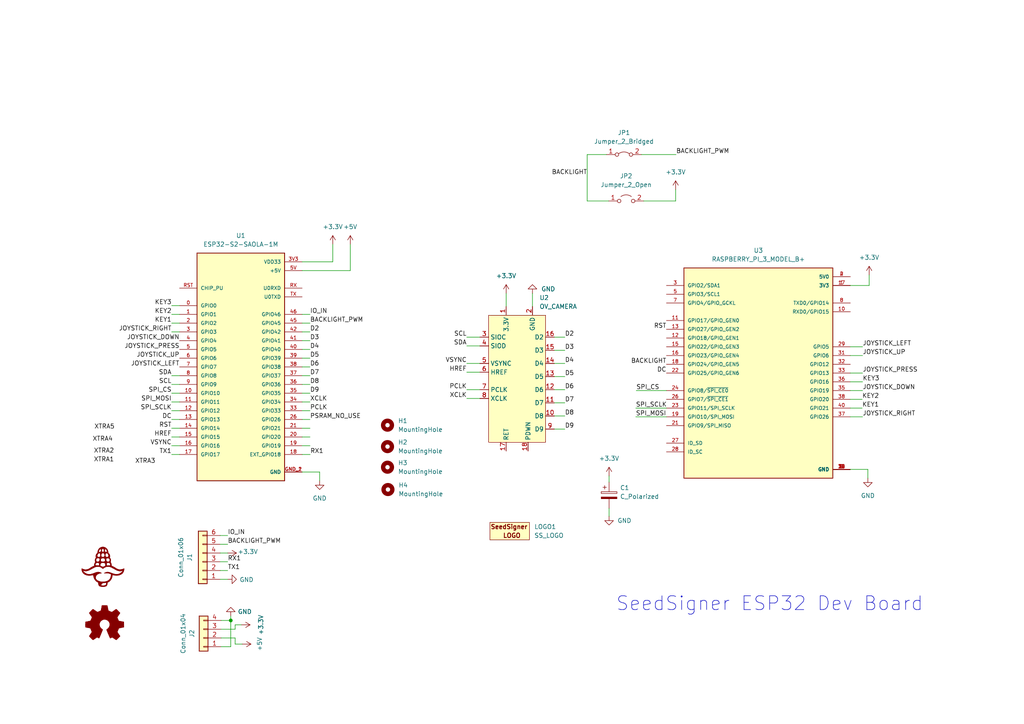
<source format=kicad_sch>
(kicad_sch (version 20211123) (generator eeschema)
  (paper "A4")
  (lib_symbols
    (symbol "Connector_Generic:Conn_01x04" (pin_names (offset 1.016) hide)
      (property "Reference" "J" (at 0 5.08 0))
      (property "Value" "Conn_01x04" (at 0 -7.62 0))
      (symbol "Conn_01x04_1_1"
        (pin passive line (at -5.08 2.54 0) (length 3.81) (name "Pin_1") (number "1"))
        (pin passive line (at -5.08 0 0) (length 3.81) (name "Pin_2") (number "2"))
        (pin passive line (at -5.08 -2.54 0) (length 3.81) (name "Pin_3") (number "3"))
        (pin passive line (at -5.08 -5.08 0) (length 3.81) (name "Pin_4") (number "4"))
      )
    )
    (symbol "Connector_Generic:Conn_01x06" (pin_names (offset 1.016) hide)
      (property "Reference" "J" (at 0 7.62 0))
      (property "Value" "Conn_01x06" (at 0 -10.16 0))
      (symbol "Conn_01x06_1_1"
        (pin passive line (at -5.08 5.08 0) (length 3.81) (name "Pin_1") (number "1"))
        (pin passive line (at -5.08 2.54 0) (length 3.81) (name "Pin_2") (number "2"))
        (pin passive line (at -5.08 0 0) (length 3.81) (name "Pin_3") (number "3"))
        (pin passive line (at -5.08 -2.54 0) (length 3.81) (name "Pin_4") (number "4"))
        (pin passive line (at -5.08 -5.08 0) (length 3.81) (name "Pin_5") (number "5"))
        (pin passive line (at -5.08 -7.62 0) (length 3.81) (name "Pin_6") (number "6"))
      )
    )
    (symbol "Device:C_Polarized" (pin_numbers hide) (pin_names (offset 0.254))
      (property "Reference" "C" (at 0.635 2.54 0))
      (property "Value" "C_Polarized" (at 0.635 -2.54 0))
      (symbol "C_Polarized_1_1"
        (pin passive line (at 0 3.81 270) (length 2.794) (name "~") (number "1"))
        (pin passive line (at 0 -3.81 90) (length 2.794) (name "~") (number "2"))
      )
    )
    (symbol "Graphic:Logo_Open_Hardware_Small" (pin_names (offset 1.016)))
    (symbol "Jumper:Jumper_2_Bridged" (pin_names (offset 0) hide)
      (property "Reference" "JP" (at 0 1.905 0))
      (property "Value" "Jumper_2_Bridged" (at 0 -2.54 0))
      (symbol "Jumper_2_Bridged_1_1"
        (pin passive line (at -5.08 0 0) (length 2.54) (name "A") (number "1"))
        (pin passive line (at 5.08 0 180) (length 2.54) (name "B") (number "2"))
      )
    )
    (symbol "Jumper:Jumper_2_Open" (pin_names (offset 0) hide)
      (property "Reference" "JP" (at 0 2.794 0))
      (property "Value" "Jumper_2_Open" (at 0 -2.286 0))
      (symbol "Jumper_2_Open_1_1"
        (pin passive line (at -5.08 0 0) (length 2.54) (name "A") (number "1"))
        (pin passive line (at 5.08 0 180) (length 2.54) (name "B") (number "2"))
      )
    )
    (symbol "Mechanical:MountingHole" (pin_names (offset 1.016))
      (property "Reference" "H" (at 0 5.08 0))
      (property "Value" "MountingHole" (at 0 3.175 0))
    )
    (symbol "SeedSigner:CORN-LOGO" (pin_names (offset 1.016)))
    (symbol "SeedSigner:ESP32-S2-SAOLA-1M" (pin_names (offset 1.016))
      (property "Reference" "U" (at -12.7 33.782 0))
      (property "Value" "ESP32-S2-SAOLA-1M" (at -12.7 -35.56 0))
      (symbol "ESP32-S2-SAOLA-1M_0_0"
        (pin bidirectional line (at -17.78 17.78 0) (length 5.08) (name "GPIO0") (number "0"))
        (pin bidirectional line (at -17.78 15.24 0) (length 5.08) (name "GPIO1") (number "1"))
        (pin bidirectional line (at -17.78 -7.62 0) (length 5.08) (name "GPIO10") (number "10"))
        (pin bidirectional line (at -17.78 -10.16 0) (length 5.08) (name "GPIO11") (number "11"))
        (pin bidirectional line (at -17.78 -12.7 0) (length 5.08) (name "GPIO12") (number "12"))
        (pin bidirectional line (at -17.78 -15.24 0) (length 5.08) (name "GPIO13") (number "13"))
        (pin bidirectional line (at -17.78 -17.78 0) (length 5.08) (name "GPIO14") (number "14"))
        (pin bidirectional line (at -17.78 -20.32 0) (length 5.08) (name "GPIO15") (number "15"))
        (pin bidirectional line (at -17.78 -22.86 0) (length 5.08) (name "GPIO16") (number "16"))
        (pin bidirectional line (at -17.78 -25.4 0) (length 5.08) (name "GPIO17") (number "17"))
        (pin bidirectional line (at 17.78 -25.4 180) (length 5.08) (name "EXT_GPIO18") (number "18"))
        (pin bidirectional line (at 17.78 -22.86 180) (length 5.08) (name "GPIO19") (number "19"))
        (pin bidirectional line (at -17.78 12.7 0) (length 5.08) (name "GPIO2") (number "2"))
        (pin bidirectional line (at 17.78 -20.32 180) (length 5.08) (name "GPIO20") (number "20"))
        (pin bidirectional line (at 17.78 -17.78 180) (length 5.08) (name "GPIO21") (number "21"))
        (pin bidirectional line (at 17.78 -15.24 180) (length 5.08) (name "GPIO26") (number "26"))
        (pin bidirectional line (at -17.78 10.16 0) (length 5.08) (name "GPIO3") (number "3"))
        (pin bidirectional line (at 17.78 -12.7 180) (length 5.08) (name "GPIO33") (number "33"))
        (pin bidirectional line (at 17.78 -10.16 180) (length 5.08) (name "GPIO34") (number "34"))
        (pin bidirectional line (at 17.78 -7.62 180) (length 5.08) (name "GPIO35") (number "35"))
        (pin bidirectional line (at 17.78 -5.08 180) (length 5.08) (name "GPIO36") (number "36"))
        (pin bidirectional line (at 17.78 -2.54 180) (length 5.08) (name "GPIO37") (number "37"))
        (pin bidirectional line (at 17.78 0 180) (length 5.08) (name "GPIO38") (number "38"))
        (pin bidirectional line (at 17.78 2.54 180) (length 5.08) (name "GPIO39") (number "39"))
        (pin power_in line (at 17.78 30.48 180) (length 5.08) (name "VDD33") (number "3V3"))
        (pin bidirectional line (at -17.78 7.62 0) (length 5.08) (name "GPIO4") (number "4"))
        (pin bidirectional line (at 17.78 5.08 180) (length 5.08) (name "GPIO40") (number "40"))
        (pin bidirectional line (at 17.78 7.62 180) (length 5.08) (name "GPIO41") (number "41"))
        (pin bidirectional line (at 17.78 10.16 180) (length 5.08) (name "GPIO42") (number "42"))
        (pin bidirectional line (at 17.78 12.7 180) (length 5.08) (name "GPIO45") (number "45"))
        (pin bidirectional line (at 17.78 15.24 180) (length 5.08) (name "GPIO46") (number "46"))
        (pin bidirectional line (at -17.78 5.08 0) (length 5.08) (name "GPIO5") (number "5"))
        (pin power_in line (at 17.78 27.94 180) (length 5.08) (name "+5V") (number "5V"))
        (pin bidirectional line (at -17.78 2.54 0) (length 5.08) (name "GPIO6") (number "6"))
        (pin bidirectional line (at -17.78 0 0) (length 5.08) (name "GPIO7") (number "7"))
        (pin bidirectional line (at -17.78 -2.54 0) (length 5.08) (name "GPIO8") (number "8"))
        (pin bidirectional line (at -17.78 -5.08 0) (length 5.08) (name "GPIO9") (number "9"))
        (pin power_in line (at 17.78 -30.48 180) (length 5.08) (name "GND") (number "GND_1"))
        (pin power_in line (at 17.78 -30.48 180) (length 5.08) (name "GND") (number "GND_2"))
        (pin bidirectional line (at -17.78 22.86 0) (length 5.08) (name "CHIP_PU") (number "RST"))
        (pin bidirectional line (at 17.78 22.86 180) (length 5.08) (name "U0RXD") (number "RX"))
        (pin bidirectional line (at 17.78 20.32 180) (length 5.08) (name "U0TXD") (number "TX"))
      )
    )
    (symbol "SeedSigner:OV_CAMERA"
      (property "Reference" "U" (at -8.89 7.62 0))
      (property "Value" "OV_CAMERA" (at -2.54 -21.59 0))
      (symbol "OV_CAMERA_1_1"
        (pin input line (at -3.81 8.89 270) (length 2.54) (name "3.3V") (number "1"))
        (pin input line (at 10.16 -22.86 180) (length 2.54) (name "D8") (number "10"))
        (pin input line (at 10.16 -19.05 180) (length 2.54) (name "D7") (number "11"))
        (pin input line (at 10.16 -15.24 180) (length 2.54) (name "D6") (number "12"))
        (pin input line (at 10.16 -11.43 180) (length 2.54) (name "D5") (number "13"))
        (pin input line (at 10.16 -7.62 180) (length 2.54) (name "D4") (number "14"))
        (pin input line (at 10.16 -3.81 180) (length 2.54) (name "D3") (number "15"))
        (pin input line (at 10.16 0 180) (length 2.54) (name "D2") (number "16"))
        (pin input line (at -3.81 -33.02 90) (length 2.54) (name "RET") (number "17"))
        (pin input line (at 2.54 -33.02 90) (length 2.54) (name "PDWN") (number "18"))
        (pin input line (at 3.81 8.89 270) (length 2.54) (name "GND") (number "2"))
        (pin input line (at -11.43 0 0) (length 2.54) (name "SIOC") (number "3"))
        (pin input line (at -11.43 -2.54 0) (length 2.54) (name "SIOD") (number "4"))
        (pin input line (at -11.43 -7.62 0) (length 2.54) (name "VSYNC") (number "5"))
        (pin input line (at -11.43 -10.16 0) (length 2.54) (name "HREF") (number "6"))
        (pin input line (at -11.43 -15.24 0) (length 2.54) (name "PCLK") (number "7"))
        (pin input line (at -11.43 -17.78 0) (length 2.54) (name "XCLK") (number "8"))
        (pin input line (at 10.16 -26.67 180) (length 2.54) (name "D9") (number "9"))
      )
    )
    (symbol "SeedSigner:RASPBERRY_PI_3_MODEL_B+" (pin_names (offset 1.016))
      (property "Reference" "U" (at -22.86 27.94 0))
      (property "Value" "RASPBERRY_PI_3_MODEL_B+" (at -22.86 -37.465 0))
      (symbol "RASPBERRY_PI_3_MODEL_B+_0_0"
        (pin power_in line (at 25.4 20.32 180) (length 5.08) (name "3V3") (number "1"))
        (pin bidirectional line (at 25.4 12.7 180) (length 5.08) (name "RXD0/GPIO15") (number "10"))
        (pin bidirectional line (at -27.94 10.16 0) (length 5.08) (name "GPIO17/GPIO_GEN0") (number "11"))
        (pin bidirectional line (at -27.94 5.08 0) (length 5.08) (name "GPIO18/GPIO_GEN1") (number "12"))
        (pin bidirectional line (at -27.94 7.62 0) (length 5.08) (name "GPIO27/GPIO_GEN2") (number "13"))
        (pin power_in line (at 25.4 -33.02 180) (length 5.08) (name "GND") (number "14"))
        (pin bidirectional line (at -27.94 2.54 0) (length 5.08) (name "GPIO22/GPIO_GEN3") (number "15"))
        (pin bidirectional line (at -27.94 0 0) (length 5.08) (name "GPIO23/GPIO_GEN4") (number "16"))
        (pin power_in line (at 25.4 20.32 180) (length 5.08) (name "3V3") (number "17"))
        (pin bidirectional line (at -27.94 -2.54 0) (length 5.08) (name "GPIO24/GPIO_GEN5") (number "18"))
        (pin bidirectional line (at -27.94 -17.78 0) (length 5.08) (name "GPIO10/SPI_MOSI") (number "19"))
        (pin power_in line (at 25.4 22.86 180) (length 5.08) (name "5V0") (number "2"))
        (pin power_in line (at 25.4 -33.02 180) (length 5.08) (name "GND") (number "20"))
        (pin bidirectional line (at -27.94 -20.32 0) (length 5.08) (name "GPIO9/SPI_MISO") (number "21"))
        (pin bidirectional line (at -27.94 -5.08 0) (length 5.08) (name "GPIO25/GPIO_GEN6") (number "22"))
        (pin bidirectional line (at -27.94 -15.24 0) (length 5.08) (name "GPIO11/SPI_SCLK") (number "23"))
        (pin bidirectional line (at -27.94 -10.16 0) (length 5.08) (name "GPIO8/~{SPI_CE0}") (number "24"))
        (pin power_in line (at 25.4 -33.02 180) (length 5.08) (name "GND") (number "25"))
        (pin bidirectional line (at -27.94 -12.7 0) (length 5.08) (name "GPIO7/~{SPI_CE1}") (number "26"))
        (pin bidirectional line (at -27.94 -25.4 0) (length 5.08) (name "ID_SD") (number "27"))
        (pin bidirectional line (at -27.94 -27.94 0) (length 5.08) (name "ID_SC") (number "28"))
        (pin bidirectional line (at 25.4 2.54 180) (length 5.08) (name "GPIO5") (number "29"))
        (pin bidirectional line (at -27.94 20.32 0) (length 5.08) (name "GPIO2/SDA1") (number "3"))
        (pin power_in line (at 25.4 -33.02 180) (length 5.08) (name "GND") (number "30"))
        (pin bidirectional line (at 25.4 0 180) (length 5.08) (name "GPIO6") (number "31"))
        (pin bidirectional line (at 25.4 -2.54 180) (length 5.08) (name "GPIO12") (number "32"))
        (pin bidirectional line (at 25.4 -5.08 180) (length 5.08) (name "GPIO13") (number "33"))
        (pin power_in line (at 25.4 -33.02 180) (length 5.08) (name "GND") (number "34"))
        (pin bidirectional line (at 25.4 -10.16 180) (length 5.08) (name "GPIO19") (number "35"))
        (pin bidirectional line (at 25.4 -7.62 180) (length 5.08) (name "GPIO16") (number "36"))
        (pin bidirectional line (at 25.4 -17.78 180) (length 5.08) (name "GPIO26") (number "37"))
        (pin bidirectional line (at 25.4 -12.7 180) (length 5.08) (name "GPIO20") (number "38"))
        (pin power_in line (at 25.4 -33.02 180) (length 5.08) (name "GND") (number "39"))
        (pin power_in line (at 25.4 22.86 180) (length 5.08) (name "5V0") (number "4"))
        (pin bidirectional line (at 25.4 -15.24 180) (length 5.08) (name "GPIO21") (number "40"))
        (pin bidirectional line (at -27.94 17.78 0) (length 5.08) (name "GPIO3/SCL1") (number "5"))
        (pin power_in line (at 25.4 -33.02 180) (length 5.08) (name "GND") (number "6"))
        (pin bidirectional line (at -27.94 15.24 0) (length 5.08) (name "GPIO4/GPIO_GCKL") (number "7"))
        (pin bidirectional line (at 25.4 15.24 180) (length 5.08) (name "TXD0/GPIO14") (number "8"))
        (pin power_in line (at 25.4 -33.02 180) (length 5.08) (name "GND") (number "9"))
      )
    )
    (symbol "SeedSigner:SS_LOGO" (pin_numbers hide) (pin_names (offset 0) hide) (in_bom no)
      (property "Reference" "LOGO" (at 0 3.81 0))
      (property "Value" "SS_LOGO" (at 0 2.54 0))
      (symbol "SS_LOGO_0_0"
        (text "LOGO" (at 0 -2.54 0) (effects (font (size 1.27 1.27) bold)))
        (text "SeedSigner" (at -0.8 0 0) (effects (font (size 1.27 1.27) bold)))
      )
    )
    (symbol "power:+3.3V" (power) (pin_names (offset 0))
      (property "Value" "+3.3V" (at 0 3.556 0))
      (symbol "+3.3V_1_1"
        (pin power_in line (at 0 0 90) (length 0) hide (name "+3.3V") (number "1"))
      )
    )
    (symbol "power:+5V" (power) (pin_names (offset 0))
      (property "Value" "+5V" (at 0 3.556 0))
      (symbol "+5V_1_1"
        (pin power_in line (at 0 0 90) (length 0) hide (name "+5V") (number "1"))
      )
    )
    (symbol "power:GND" (power) (pin_names (offset 0))
      (property "Value" "GND" (at 0 -3.81 0))
      (symbol "GND_1_1"
        (pin power_in line (at 0 0 270) (length 0) hide (name "GND") (number "1"))
      )
    )
  )
  (junction (at 66.929 179.959))
  (wire (pts (xy 163.83 113.03) (xy 160.782 113.03)))
  (wire (pts (xy 163.83 101.6) (xy 160.782 101.6)))
  (wire (pts (xy 163.83 124.46) (xy 160.782 124.46)))
  (wire (pts (xy 68.199 182.499) (xy 68.199 181.229)))
  (wire (pts (xy 135.382 107.95) (xy 139.192 107.95)))
  (wire (pts (xy 163.83 116.84) (xy 160.782 116.84)))
  (wire (pts (xy 64.135 182.499) (xy 68.199 182.499)))
  (wire (pts (xy 195.961 54.991) (xy 195.961 58.293)))
  (wire (pts (xy 186.055 44.831) (xy 196.088 44.831)))
  (wire (pts (xy 135.382 105.41) (xy 139.192 105.41)))
  (wire (pts (xy 163.83 109.22) (xy 160.782 109.22)))
  (wire (pts (xy 87.63 75.946) (xy 96.52 75.946)))
  (wire (pts (xy 87.63 93.726) (xy 89.916 93.726)))
  (wire (pts (xy 246.634 136.144) (xy 251.714 136.144)))
  (wire (pts (xy 250.19 113.284) (xy 246.634 113.284)))
  (wire (pts (xy 250.19 103.124) (xy 246.634 103.124)))
  (wire (pts (xy 49.784 88.646) (xy 52.07 88.646)))
  (wire (pts (xy 68.199 186.817) (xy 70.231 186.817)))
  (wire (pts (xy 68.199 181.229) (xy 69.977 181.229)))
  (wire (pts (xy 49.784 119.126) (xy 52.07 119.126)))
  (wire (pts (xy 87.63 78.486) (xy 101.6 78.486)))
  (wire (pts (xy 250.063 115.824) (xy 246.634 115.824)))
  (wire (pts (xy 49.784 121.666) (xy 52.07 121.666)))
  (wire (pts (xy 170.307 44.831) (xy 170.307 58.293)))
  (wire (pts (xy 49.784 129.286) (xy 52.07 129.286)))
  (wire (pts (xy 246.634 82.804) (xy 252.095 82.804)))
  (wire (pts (xy 89.9668 131.826) (xy 87.63 131.826)))
  (wire (pts (xy 66.929 179.959) (xy 64.135 179.959)))
  (wire (pts (xy 49.784 108.966) (xy 52.07 108.966)))
  (wire (pts (xy 135.382 115.57) (xy 139.192 115.57)))
  (wire (pts (xy 250.19 108.204) (xy 246.634 108.204)))
  (wire (pts (xy 87.63 136.906) (xy 92.71 136.906)))
  (wire (pts (xy 163.83 120.65) (xy 160.782 120.65)))
  (wire (pts (xy 154.432 85.09) (xy 154.432 88.9)))
  (wire (pts (xy 176.657 138.049) (xy 176.657 139.827)))
  (wire (pts (xy 89.916 106.426) (xy 87.63 106.426)))
  (wire (pts (xy 89.916 111.506) (xy 87.63 111.506)))
  (wire (pts (xy 89.916 116.586) (xy 87.63 116.586)))
  (wire (pts (xy 135.382 97.79) (xy 139.192 97.79)))
  (wire (pts (xy 96.52 75.946) (xy 96.52 70.866)))
  (wire (pts (xy 49.784 111.506) (xy 52.07 111.506)))
  (wire (pts (xy 176.53 58.293) (xy 170.307 58.293)))
  (wire (pts (xy 251.714 136.144) (xy 251.714 138.684)))
  (wire (pts (xy 184.404 118.364) (xy 193.294 118.364)))
  (wire (pts (xy 87.63 91.186) (xy 89.916 91.186)))
  (wire (pts (xy 68.199 185.039) (xy 68.199 186.817)))
  (wire (pts (xy 250.19 100.584) (xy 246.634 100.584)))
  (wire (pts (xy 170.307 44.831) (xy 175.895 44.831)))
  (wire (pts (xy 250.19 110.744) (xy 246.634 110.744)))
  (wire (pts (xy 49.784 116.586) (xy 52.07 116.586)))
  (wire (pts (xy 186.69 58.293) (xy 195.961 58.293)))
  (wire (pts (xy 66.929 178.689) (xy 66.929 179.959)))
  (wire (pts (xy 184.404 120.904) (xy 193.294 120.904)))
  (wire (pts (xy 89.916 103.886) (xy 87.63 103.886)))
  (wire (pts (xy 66.04 168.021) (xy 63.881 168.021)))
  (wire (pts (xy 64.135 185.039) (xy 68.199 185.039)))
  (wire (pts (xy 163.83 97.79) (xy 160.782 97.79)))
  (wire (pts (xy 66.04 155.321) (xy 63.881 155.321)))
  (wire (pts (xy 89.916 114.046) (xy 87.63 114.046)))
  (wire (pts (xy 135.382 113.03) (xy 139.192 113.03)))
  (wire (pts (xy 89.916 119.126) (xy 87.63 119.126)))
  (wire (pts (xy 146.812 85.09) (xy 146.812 88.9)))
  (wire (pts (xy 89.916 124.206) (xy 87.63 124.206)))
  (wire (pts (xy 252.095 82.804) (xy 252.095 79.756)))
  (wire (pts (xy 66.929 179.959) (xy 66.929 187.579)))
  (wire (pts (xy 101.6 70.866) (xy 101.6 78.486)))
  (wire (pts (xy 89.916 101.346) (xy 87.63 101.346)))
  (wire (pts (xy 49.784 91.186) (xy 52.07 91.186)))
  (wire (pts (xy 66.04 162.941) (xy 63.881 162.941)))
  (wire (pts (xy 66.04 160.401) (xy 63.881 160.401)))
  (wire (pts (xy 89.916 96.266) (xy 87.63 96.266)))
  (wire (pts (xy 66.04 157.861) (xy 63.881 157.861)))
  (wire (pts (xy 49.784 114.046) (xy 52.07 114.046)))
  (wire (pts (xy 89.916 129.286) (xy 87.63 129.286)))
  (wire (pts (xy 66.04 165.481) (xy 63.881 165.481)))
  (wire (pts (xy 89.916 98.806) (xy 87.63 98.806)))
  (wire (pts (xy 176.657 149.733) (xy 176.657 147.447)))
  (wire (pts (xy 135.382 100.33) (xy 139.192 100.33)))
  (wire (pts (xy 89.916 126.746) (xy 87.63 126.746)))
  (wire (pts (xy 163.83 105.41) (xy 160.782 105.41)))
  (wire (pts (xy 89.916 108.966) (xy 87.63 108.966)))
  (wire (pts (xy 184.531 113.284) (xy 193.294 113.284)))
  (wire (pts (xy 250.19 120.904) (xy 246.634 120.904)))
  (wire (pts (xy 89.916 121.666) (xy 87.63 121.666)))
  (wire (pts (xy 49.784 124.206) (xy 52.07 124.206)))
  (wire (pts (xy 49.784 93.726) (xy 52.07 93.726)))
  (wire (pts (xy 49.784 96.266) (xy 52.07 96.266)))
  (wire (pts (xy 66.929 187.579) (xy 64.135 187.579)))
  (wire (pts (xy 250.063 118.364) (xy 246.634 118.364)))
  (wire (pts (xy 49.784 131.826) (xy 52.07 131.826)))
  (wire (pts (xy 49.784 126.746) (xy 52.07 126.746)))
  (wire (pts (xy 92.71 136.906) (xy 92.71 139.446)))
  (text "SeedSigner ESP32 Dev Board" (at 178.562 177.546 0) (effects (font (size 4 4)) (justify left bottom)))
  (label "JOYSTICK_RIGHT" (at 49.784 96.266 180))
  (label "D2" (at 163.83 97.79 0))
  (label "BACKLIGHT_PWM" (at 89.916 93.726 0))
  (label "KEY2" (at 49.784 91.186 180))
  (label "RST" (at 193.294 95.504 180))
  (label "PSRAM_NO_USE" (at 89.916 121.666 0))
  (label "KEY2" (at 250.063 115.824 0))
  (label "RST" (at 49.784 124.206 180))
  (label "HREF" (at 49.784 126.746 180))
  (label "TX1" (at 66.04 165.481 0))
  (label "SCL" (at 135.382 97.79 180))
  (label "KEY3" (at 49.784 88.646 180))
  (label "HREF" (at 135.382 107.95 180))
  (label "SPI_MOSI" (at 184.404 120.904 0))
  (label "SPI_MOSI" (at 49.784 116.586 180))
  (label "IO_IN" (at 89.916 91.186 0))
  (label "D7" (at 163.83 116.84 0))
  (label "SDA" (at 49.784 108.966 180))
  (label "D5" (at 163.83 109.22 0))
  (label "JOYSTICK_DOWN" (at 52.07 98.806 180))
  (label "XTRA2" (at 27.178 131.699 0))
  (label "JOYSTICK_LEFT" (at 52.07 106.426 180))
  (label "SDA" (at 135.382 100.33 180))
  (label "SPI_SCLK" (at 184.404 118.364 0))
  (label "TX1" (at 49.784 131.826 180))
  (label "D4" (at 89.916 101.346 0))
  (label "VSYNC" (at 49.784 129.286 180))
  (label "KEY3" (at 250.19 110.744 0))
  (label "RX1" (at 66.04 162.941 0))
  (label "BACKLIGHT_PWM" (at 66.04 157.861 0))
  (label "XTRA1" (at 27.178 134.239 0))
  (label "DC" (at 193.294 108.204 180))
  (label "JOYSTICK_LEFT" (at 250.19 100.584 0))
  (label "XCLK" (at 135.382 115.57 180))
  (label "SPI_SCLK" (at 49.784 119.126 180))
  (label "BACKLIGHT" (at 193.294 105.664 180))
  (label "KEY1" (at 49.784 93.726 180))
  (label "D5" (at 89.916 103.886 0))
  (label "KEY1" (at 250.063 118.364 0))
  (label "XCLK" (at 89.916 116.586 0))
  (label "XTRA3" (at 45.1104 134.6708 180))
  (label "SCL" (at 49.784 111.506 180))
  (label "D7" (at 89.916 108.966 0))
  (label "JOYSTICK_DOWN" (at 250.19 113.284 0))
  (label "DC" (at 49.784 121.666 180))
  (label "JOYSTICK_UP" (at 52.07 103.886 180))
  (label "JOYSTICK_UP" (at 250.19 103.124 0))
  (label "D9" (at 163.83 124.46 0))
  (label "IO_IN" (at 66.04 155.321 0))
  (label "D6" (at 163.83 113.03 0))
  (label "D4" (at 163.83 105.41 0))
  (label "D3" (at 89.916 98.806 0))
  (label "D2" (at 89.916 96.266 0))
  (label "SPI_CS" (at 184.531 113.284 0))
  (label "PCLK" (at 89.916 119.126 0))
  (label "D9" (at 89.916 114.046 0))
  (label "JOYSTICK_RIGHT" (at 250.19 120.904 0))
  (label "PCLK" (at 135.382 113.03 180))
  (label "XTRA5" (at 33.274 124.714 180))
  (label "RX1" (at 89.9668 131.826 0))
  (label "D8" (at 163.83 120.65 0))
  (label "VSYNC" (at 135.382 105.41 180))
  (label "BACKLIGHT" (at 170.307 50.927 180))
  (label "JOYSTICK_PRESS" (at 250.19 108.204 0))
  (label "D8" (at 89.916 111.506 0))
  (label "D6" (at 89.916 106.426 0))
  (label "BACKLIGHT_PWM" (at 196.088 44.831 0))
  (label "D3" (at 163.83 101.6 0))
  (label "SPI_CS" (at 49.784 114.046 180))
  (label "JOYSTICK_PRESS" (at 52.07 101.346 180))
  (label "XTRA4" (at 32.766 128.27 180))
  (symbol (lib_id "Device:C_Polarized") (at 176.657 143.637 0) (unit 1)
    (property "Reference" "C1" (at 179.832 141.4779 0) (effects (justify left)))
    (property "Value" "C_Polarized" (at 179.832 144.0179 0) (effects (justify left)))
    (property "Footprint" "Capacitor_THT:CP_Radial_D5.0mm_P2.50mm" (effects hide))
  )
  (symbol (lib_id "SeedSigner:OV_CAMERA") (at 150.622 97.79 0) (unit 1)
    (property "Reference" "U2" (at 156.4514 86.36 0) (effects (justify left)))
    (property "Value" "OV_CAMERA" (at 156.4514 88.9 0) (effects (justify left)))
    (property "Footprint" "SeedSigner:OV_Camera" (effects hide))
  )
  (symbol (lib_id "SeedSigner:SS_LOGO") (at 148.463 152.781 0) (unit 1) (in_bom no)
    (property "Reference" "LOGO1" (at 154.94 152.7809 0) (effects (justify left)))
    (property "Value" "SS_LOGO" (at 154.94 155.3209 0) (effects (justify left)))
    (property "Footprint" "SeedSigner:seedsigner-logo-small" (effects hide))
  )
  (symbol (lib_id "power:+3.3V") (at 252.095 79.756 0) (unit 1)
    (property "Reference" "#PWR09" (effects hide))
    (property "Value" "+3.3V" (at 252.095 74.676 0))
  )
  (symbol (lib_id "SeedSigner:RASPBERRY_PI_3_MODEL_B+") (at 221.234 103.124 0) (unit 1)
    (property "Reference" "U3" (at 219.964 72.644 0))
    (property "Value" "RASPBERRY_PI_3_MODEL_B+" (at 219.964 75.184 0))
    (property "Footprint" "SeedSigner:WAVESHARE_LCD_BUTTON" (effects hide))
    (property "STANDARD" "Manufacturer Recommendations" (effects hide))
    (property "MANUFACTURER" "Raspberry Pi" (effects hide))
    (property "MAXIMUM_PACKAGE_HIEGHT" "18mm" (effects hide))
    (property "PARTREV" "1.0" (effects hide))
  )
  (symbol (lib_id "power:+3.3V") (at 146.812 85.09 0) (unit 1)
    (property "Reference" "#PWR04" (effects hide))
    (property "Value" "+3.3V" (at 146.812 80.01 0))
  )
  (symbol (lib_id "power:GND") (at 66.04 168.021 90) (unit 1)
    (property "Reference" "#PWR014" (effects hide))
    (property "Value" "GND" (at 69.469 168.148 90) (effects (justify right)))
  )
  (symbol (lib_id "Mechanical:MountingHole") (at 112.395 123.317 0) (unit 1)
    (property "Reference" "H1" (at 115.443 122.0469 0) (effects (justify left)))
    (property "Value" "MountingHole" (at 115.443 124.5869 0) (effects (justify left)))
    (property "Footprint" "SeedSigner:MOUNT_HOLE_3MM" (effects hide))
  )
  (symbol (lib_id "power:GND") (at 251.714 138.684 0) (unit 1)
    (property "Reference" "#PWR06" (effects hide))
    (property "Value" "GND" (at 251.714 143.764 0))
  )
  (symbol (lib_id "Jumper:Jumper_2_Open") (at 181.61 58.293 0) (unit 1)
    (property "Reference" "JP2" (at 181.61 51.054 0))
    (property "Value" "Jumper_2_Open" (at 181.61 53.594 0))
    (property "Footprint" "Jumper:SolderJumper-2_P1.3mm_Open_Pad1.0x1.5mm" (effects hide))
  )
  (symbol (lib_id "power:+5V") (at 101.6 70.866 0) (unit 1)
    (property "Reference" "#PWR03" (effects hide))
    (property "Value" "+5V" (at 101.6 65.786 0))
  )
  (symbol (lib_id "Mechanical:MountingHole") (at 112.395 129.54 0) (unit 1)
    (property "Reference" "H2" (at 115.443 128.2699 0) (effects (justify left)))
    (property "Value" "MountingHole" (at 115.443 130.8099 0) (effects (justify left)))
    (property "Footprint" "SeedSigner:MOUNT_HOLE_3MM" (effects hide))
  )
  (symbol (lib_id "power:+3.3V") (at 69.977 181.229 270) (mirror x) (unit 1)
    (property "Reference" "#PWR010" (effects hide))
    (property "Value" "+3.3V" (at 75.6666 181.229 0))
  )
  (symbol (lib_id "power:+3.3V") (at 66.04 160.401 270) (unit 1)
    (property "Reference" "#PWR013" (effects hide))
    (property "Value" "+3.3V" (at 71.882 160.02 90))
  )
  (symbol (lib_id "SeedSigner:CORN-LOGO") (at 29.845 164.338 0) (unit 1)
    (property "Reference" "LOGO2" (effects hide))
    (property "Value" "CORN-LOGO" (effects hide))
    (property "Footprint" "SeedSigner:corn-logo" (effects hide))
  )
  (symbol (lib_id "Graphic:Logo_Open_Hardware_Small") (at 30.353 181.229 0) (unit 1)
    (property "Reference" "#LOGO1" (effects hide))
    (property "Value" "Logo_Open_Hardware_Small" (effects hide))
  )
  (symbol (lib_id "SeedSigner:ESP32-S2-SAOLA-1M") (at 69.85 106.426 0) (unit 1)
    (property "Reference" "U1" (at 69.85 68.326 0))
    (property "Value" "ESP32-S2-SAOLA-1M" (at 69.85 70.866 0))
    (property "Footprint" "SeedSigner:MODULE_ESP32-S2-SAOLA-1M" (effects hide))
    (property "STANDARD" "Manufacturer Recommendations" (effects hide))
    (property "MANUFACTURER" "Espressif Systems" (effects hide))
    (property "PARTREV" "v1.2" (effects hide))
  )
  (symbol (lib_id "power:+5V") (at 70.231 186.817 270) (unit 1)
    (property "Reference" "#PWR011" (effects hide))
    (property "Value" "+5V" (at 75.311 186.817 0))
  )
  (symbol (lib_id "power:GND") (at 176.657 149.733 0) (unit 1)
    (property "Reference" "#PWR08" (effects hide))
    (property "Value" "GND" (at 179.07 151.0029 0) (effects (justify left)))
  )
  (symbol (lib_id "Mechanical:MountingHole") (at 112.522 141.986 0) (unit 1)
    (property "Reference" "H4" (at 115.57 140.7159 0) (effects (justify left)))
    (property "Value" "MountingHole" (at 115.57 143.2559 0) (effects (justify left)))
    (property "Footprint" "SeedSigner:MOUNT_HOLE_3MM" (effects hide))
  )
  (symbol (lib_id "Connector_Generic:Conn_01x04") (at 59.055 185.039 180) (unit 1)
    (property "Reference" "J2" (at 55.6514 183.769 90))
    (property "Value" "Conn_01x04" (at 53.1114 183.769 90))
    (property "Footprint" "Connector_PinHeader_2.54mm:PinHeader_1x04_P2.54mm_Vertical" (effects hide))
  )
  (symbol (lib_id "power:+3.3V") (at 96.52 70.866 0) (unit 1)
    (property "Reference" "#PWR02" (effects hide))
    (property "Value" "+3.3V" (at 96.52 65.786 0))
  )
  (symbol (lib_id "power:+3.3V") (at 176.657 138.049 0) (unit 1)
    (property "Reference" "#PWR07" (effects hide))
    (property "Value" "+3.3V" (at 176.657 132.969 0))
  )
  (symbol (lib_id "power:GND") (at 154.432 85.09 180) (unit 1)
    (property "Reference" "#PWR05" (effects hide))
    (property "Value" "GND" (at 156.972 83.8199 0) (effects (justify right)))
  )
  (symbol (lib_id "power:GND") (at 66.929 178.689 180) (unit 1)
    (property "Reference" "#PWR0101" (effects hide))
    (property "Value" "GND" (at 68.961 177.4189 0) (effects (justify right)))
  )
  (symbol (lib_id "Mechanical:MountingHole") (at 112.395 135.509 0) (unit 1)
    (property "Reference" "H3" (at 115.443 134.2389 0) (effects (justify left)))
    (property "Value" "MountingHole" (at 115.443 136.7789 0) (effects (justify left)))
    (property "Footprint" "SeedSigner:MOUNT_HOLE_3MM" (effects hide))
  )
  (symbol (lib_id "Jumper:Jumper_2_Bridged") (at 180.975 44.831 0) (unit 1)
    (property "Reference" "JP1" (at 180.975 38.481 0))
    (property "Value" "Jumper_2_Bridged" (at 180.975 41.021 0))
    (property "Footprint" "Jumper:SolderJumper-2_P1.3mm_Bridged_Pad1.0x1.5mm" (effects hide))
  )
  (symbol (lib_id "Connector_Generic:Conn_01x06") (at 58.801 162.941 180) (unit 1)
    (property "Reference" "J1" (at 54.991 161.671 90))
    (property "Value" "Conn_01x06" (at 52.451 161.671 90))
    (property "Footprint" "Connector_PinHeader_2.54mm:PinHeader_1x06_P2.54mm_Vertical" (effects hide))
  )
  (symbol (lib_id "power:GND") (at 92.71 139.446 0) (unit 1)
    (property "Reference" "#PWR01" (effects hide))
    (property "Value" "GND" (at 92.71 144.526 0))
  )
  (symbol (lib_id "power:+3.3V") (at 195.961 54.991 0) (unit 1)
    (property "Reference" "#PWR0102" (effects hide))
    (property "Value" "+3.3V" (at 195.961 49.911 0))
  )
)
</source>
